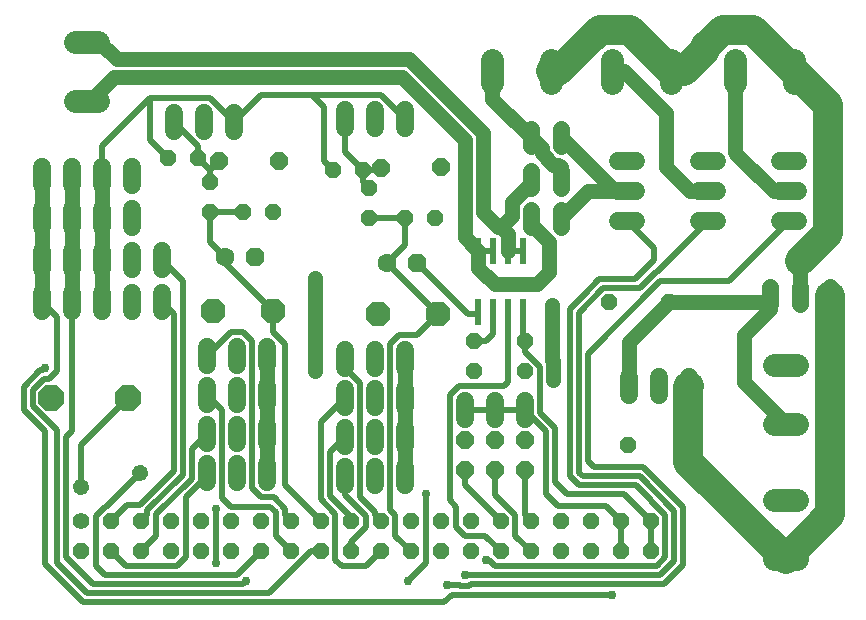
<source format=gbr>
G04 EAGLE Gerber X2 export*
%TF.Part,Single*%
%TF.FileFunction,Copper,L1,Top,Mixed*%
%TF.FilePolarity,Positive*%
%TF.GenerationSoftware,Autodesk,EAGLE,9.0.1*%
%TF.CreationDate,2018-07-06T12:17:37Z*%
G75*
%MOMM*%
%FSLAX34Y34*%
%LPD*%
%AMOC8*
5,1,8,0,0,1.08239X$1,22.5*%
G01*
%ADD10C,1.422400*%
%ADD11P,1.539592X8X22.500000*%
%ADD12C,1.524000*%
%ADD13P,1.429621X8X202.500000*%
%ADD14C,1.981200*%
%ADD15P,1.649562X8X22.500000*%
%ADD16P,2.336880X8X22.500000*%
%ADD17R,0.600000X2.200000*%
%ADD18P,1.429621X8X292.500000*%
%ADD19P,1.429621X8X22.500000*%
%ADD20P,1.429621X8X112.500000*%
%ADD21P,1.649562X8X202.500000*%
%ADD22P,1.732040X8X22.500000*%
%ADD23C,1.600200*%
%ADD24P,2.268148X8X202.500000*%
%ADD25P,1.649562X8X203.300000*%
%ADD26P,1.429621X8X215.700000*%
%ADD27C,1.422400*%
%ADD28C,0.756400*%
%ADD29C,1.270000*%
%ADD30C,0.508000*%
%ADD31C,2.540000*%


D10*
X68580Y91440D03*
D11*
X68580Y66040D03*
X93980Y91440D03*
X93980Y66040D03*
X119380Y91440D03*
X119380Y66040D03*
X144780Y91440D03*
X144780Y66040D03*
X170180Y91440D03*
X170180Y66040D03*
X195580Y91440D03*
X195580Y66040D03*
X220980Y91440D03*
X220980Y66040D03*
X246380Y91440D03*
X246380Y66040D03*
X271780Y91440D03*
X271780Y66040D03*
X297180Y91440D03*
X297180Y66040D03*
X322580Y91440D03*
X322580Y66040D03*
X347980Y91440D03*
X347980Y66040D03*
X373380Y91440D03*
X373380Y66040D03*
X398780Y91440D03*
X398780Y66040D03*
X424180Y91440D03*
X424180Y66040D03*
X449580Y91440D03*
X449580Y66040D03*
X474980Y91440D03*
X474980Y66040D03*
X500380Y91440D03*
X500380Y66040D03*
X525780Y91440D03*
X525780Y66040D03*
X551180Y91440D03*
X551180Y66040D03*
D12*
X35560Y375920D02*
X35560Y391160D01*
X60960Y391160D02*
X60960Y375920D01*
X86360Y375920D02*
X86360Y391160D01*
X111760Y391160D02*
X111760Y375920D01*
X35560Y355600D02*
X35560Y340360D01*
X60960Y340360D02*
X60960Y355600D01*
X86360Y355600D02*
X86360Y340360D01*
X111760Y340360D02*
X111760Y355600D01*
X35560Y320040D02*
X35560Y304800D01*
X60960Y304800D02*
X60960Y320040D01*
X86360Y320040D02*
X86360Y304800D01*
X111760Y304800D02*
X111760Y320040D01*
X137160Y320040D02*
X137160Y304800D01*
X35560Y284480D02*
X35560Y269240D01*
X60960Y269240D02*
X60960Y284480D01*
X86360Y284480D02*
X86360Y269240D01*
X111760Y269240D02*
X111760Y284480D01*
X137160Y284480D02*
X137160Y269240D01*
X583946Y213614D02*
X583946Y198374D01*
X558546Y198374D02*
X558546Y213614D01*
X533146Y213614D02*
X533146Y198374D01*
D13*
X583057Y155575D03*
X532257Y155575D03*
X566420Y276860D03*
X515620Y276860D03*
D14*
X655574Y59474D02*
X675386Y59474D01*
X675386Y109766D02*
X655574Y109766D01*
X655574Y173774D02*
X675386Y173774D01*
X675386Y224066D02*
X655574Y224066D01*
D15*
X393700Y134620D03*
X393700Y160020D03*
X419100Y134620D03*
X419100Y160020D03*
X444500Y134620D03*
X444500Y160020D03*
D12*
X175260Y139700D02*
X175260Y124460D01*
X200660Y124460D02*
X200660Y139700D01*
X226060Y139700D02*
X226060Y124460D01*
D16*
X43688Y195580D03*
X108712Y195580D03*
D12*
X175260Y172720D02*
X175260Y157480D01*
X200660Y157480D02*
X200660Y172720D01*
X226060Y172720D02*
X226060Y157480D01*
X175260Y190500D02*
X175260Y205740D01*
X200660Y205740D02*
X200660Y190500D01*
X226060Y190500D02*
X226060Y205740D01*
X175260Y223520D02*
X175260Y238760D01*
X200660Y238760D02*
X200660Y223520D01*
X226060Y223520D02*
X226060Y238760D01*
X292100Y137160D02*
X292100Y121920D01*
X317500Y121920D02*
X317500Y137160D01*
X342900Y137160D02*
X342900Y121920D01*
X292100Y154940D02*
X292100Y170180D01*
X317500Y170180D02*
X317500Y154940D01*
X342900Y154940D02*
X342900Y170180D01*
X292100Y187960D02*
X292100Y203200D01*
X317500Y203200D02*
X317500Y187960D01*
X342900Y187960D02*
X342900Y203200D01*
X292100Y220980D02*
X292100Y236220D01*
X317500Y236220D02*
X317500Y220980D01*
X342900Y220980D02*
X342900Y236220D01*
X660400Y345440D02*
X675640Y345440D01*
X675640Y370840D02*
X660400Y370840D01*
X660400Y396240D02*
X675640Y396240D01*
D14*
X672846Y462534D02*
X672846Y482346D01*
X622554Y482346D02*
X622554Y462534D01*
D12*
X607060Y345440D02*
X591820Y345440D01*
X591820Y370840D02*
X607060Y370840D01*
X607060Y396240D02*
X591820Y396240D01*
D14*
X568706Y462534D02*
X568706Y482346D01*
X518414Y482346D02*
X518414Y462534D01*
D12*
X523240Y345440D02*
X538480Y345440D01*
X538480Y370840D02*
X523240Y370840D01*
X523240Y396240D02*
X538480Y396240D01*
D14*
X467106Y462534D02*
X467106Y482346D01*
X416814Y482346D02*
X416814Y462534D01*
D17*
X430530Y320640D03*
X430530Y268640D03*
X443230Y320640D03*
X417830Y320640D03*
X405130Y320640D03*
X443230Y268640D03*
X417830Y268640D03*
X405130Y268640D03*
D14*
X83566Y497586D02*
X63754Y497586D01*
X63754Y447294D02*
X83566Y447294D01*
D18*
X401320Y243840D03*
X401320Y218440D03*
X444500Y243840D03*
X444500Y218440D03*
D12*
X147320Y421640D02*
X147320Y436880D01*
X172720Y436880D02*
X172720Y421640D01*
X198120Y421640D02*
X198120Y436880D01*
D19*
X142240Y398780D03*
X167640Y398780D03*
D20*
X177800Y353060D03*
X177800Y378460D03*
D13*
X231140Y353060D03*
X205740Y353060D03*
D21*
X236220Y396240D03*
X185420Y396240D03*
D22*
X215900Y314960D03*
D23*
X190500Y314960D03*
D24*
X231140Y269240D03*
X180340Y269240D03*
D12*
X292100Y424180D02*
X292100Y439420D01*
X317500Y439420D02*
X317500Y424180D01*
X342900Y424180D02*
X342900Y439420D01*
D19*
X281940Y388620D03*
X307340Y388620D03*
D20*
X312420Y347980D03*
X312420Y373380D03*
D13*
X368300Y347980D03*
X342900Y347980D03*
D25*
X373378Y391515D03*
X322582Y390805D03*
D22*
X353060Y309880D03*
D23*
X327660Y309880D03*
D24*
X370840Y266700D03*
X320040Y266700D03*
D12*
X393700Y193040D02*
X393700Y177800D01*
X419100Y177800D02*
X419100Y193040D01*
X444500Y193040D02*
X444500Y177800D01*
D26*
X118582Y132292D03*
X69124Y120692D03*
D27*
X449580Y373888D02*
X449580Y388112D01*
X474980Y388112D02*
X474980Y373888D01*
X474980Y355092D02*
X474980Y340868D01*
X449580Y340868D02*
X449580Y355092D01*
X474980Y409448D02*
X474980Y423672D01*
X449580Y423672D02*
X449580Y409448D01*
X703180Y289652D02*
X703180Y275428D01*
X677780Y275428D02*
X677780Y289652D01*
X652380Y289652D02*
X652380Y275428D01*
D28*
X266700Y297180D03*
D29*
X266700Y218440D01*
D28*
X266700Y218440D03*
X467360Y274320D03*
X467360Y210820D03*
D29*
X467360Y228268D02*
X467360Y274320D01*
X467360Y228268D02*
X468630Y226998D01*
X468630Y210820D01*
D28*
X360680Y114300D03*
D30*
X360680Y55880D01*
X345440Y40640D01*
D28*
X345440Y40640D03*
X182880Y101600D03*
D30*
X182880Y55880D01*
D28*
X182880Y55880D03*
D30*
X396240Y266700D02*
X403190Y266700D01*
X405130Y268640D01*
X396240Y266700D02*
X353060Y309880D01*
D29*
X86360Y347980D02*
X86360Y383540D01*
X86360Y347980D02*
X86360Y312420D01*
X86360Y276860D01*
D30*
X525780Y91440D02*
X525780Y66040D01*
X419100Y185420D02*
X393700Y185420D01*
X419100Y185420D02*
X444500Y185420D01*
D28*
X518160Y29238D03*
D30*
X382865Y29238D01*
X376487Y22860D01*
X70504Y22860D01*
D28*
X38100Y220980D03*
D30*
X37973Y55391D02*
X70504Y22860D01*
X86360Y383540D02*
X86360Y408940D01*
X177981Y449580D02*
X185420Y442141D01*
X185420Y441960D01*
X198120Y429260D01*
X177981Y449580D02*
X127000Y449580D01*
X86360Y408940D01*
X322761Y452120D02*
X330200Y444681D01*
X330200Y444500D01*
X342900Y431800D01*
X264160Y452120D02*
X220980Y452120D01*
X264160Y452120D02*
X322761Y452120D01*
X220980Y452120D02*
X198120Y429260D01*
X274320Y396240D02*
X281940Y388620D01*
X274320Y396240D02*
X274320Y441960D01*
X264160Y452120D01*
X142240Y398780D02*
X127000Y414020D01*
X127000Y449580D01*
X513080Y104140D02*
X525780Y91440D01*
X513080Y104140D02*
X472440Y104140D01*
X462280Y114300D01*
X462280Y167640D02*
X444500Y185420D01*
X462280Y167640D02*
X462280Y114300D01*
X37973Y168068D02*
X37973Y55391D01*
X37973Y168068D02*
X20193Y185848D01*
X20193Y205312D01*
X33956Y219075D01*
X36195Y219075D01*
X38100Y220980D01*
D29*
X60960Y347980D02*
X60960Y383540D01*
X60960Y347980D02*
X60960Y312420D01*
X60960Y276860D01*
D28*
X208280Y40640D03*
D30*
X205740Y38100D01*
X78740Y38100D01*
X55880Y60960D01*
X55880Y162560D01*
X60960Y167640D01*
X60960Y276860D01*
D29*
X35560Y347980D02*
X35560Y383540D01*
X35560Y347980D02*
X35560Y312420D01*
X35560Y276860D01*
D30*
X48260Y55880D02*
X73660Y30480D01*
X48260Y264160D02*
X35560Y276860D01*
X27813Y202156D02*
X27813Y189004D01*
X27813Y202156D02*
X37112Y211455D01*
X48260Y168557D02*
X48260Y55880D01*
X41275Y211455D02*
X37112Y211455D01*
X41275Y211455D02*
X48260Y218440D01*
X27813Y189004D02*
X48260Y168557D01*
X48260Y218440D02*
X48260Y264160D01*
X263622Y66040D02*
X271780Y66040D01*
X228062Y30480D02*
X73660Y30480D01*
X228062Y30480D02*
X263622Y66040D01*
X551180Y66040D02*
X551180Y91440D01*
X444500Y243840D02*
X443230Y245110D01*
X443230Y268640D01*
X444500Y243840D02*
X444500Y234964D01*
X457200Y222264D02*
X457200Y183496D01*
X457200Y222264D02*
X444500Y234964D01*
X528320Y114300D02*
X551180Y91440D01*
X528320Y114300D02*
X480060Y114300D01*
X469900Y124460D01*
X469900Y170796D01*
X457200Y183496D01*
X386588Y86390D02*
X393730Y79248D01*
X410972Y79248D02*
X424180Y66040D01*
X386588Y103632D02*
X381000Y109220D01*
X393730Y79248D02*
X410972Y79248D01*
X386588Y86390D02*
X386588Y103632D01*
X381000Y198301D02*
X388439Y205740D01*
X381000Y198301D02*
X381000Y109220D01*
X388439Y205740D02*
X426720Y205740D01*
X430530Y209550D01*
X430530Y268640D01*
X297180Y95396D02*
X297180Y91440D01*
X297180Y95396D02*
X279400Y113176D01*
X279400Y149860D01*
X292100Y162560D01*
D31*
X703180Y97174D02*
X703180Y282540D01*
X703180Y97174D02*
X665480Y59474D01*
X583057Y141897D01*
X583057Y155575D01*
X583057Y205105D01*
X583946Y205994D01*
D29*
X342900Y195580D02*
X342900Y228600D01*
X342900Y195580D02*
X342900Y162560D01*
X342900Y129540D01*
X226060Y132080D02*
X226060Y165100D01*
X226060Y198120D01*
X226060Y231140D01*
X566420Y276860D02*
X646700Y276860D01*
X652380Y282540D01*
X629920Y209334D02*
X665480Y173774D01*
X629920Y209334D02*
X629920Y248920D01*
X652380Y271380D01*
X652380Y282540D01*
X533146Y243586D02*
X533146Y205994D01*
X533146Y243586D02*
X566420Y276860D01*
D30*
X106680Y53340D02*
X93980Y66040D01*
X106680Y53340D02*
X149860Y53340D01*
X157480Y60960D01*
X157480Y111760D01*
X175260Y129540D01*
X175260Y132080D01*
X142367Y271653D02*
X137160Y276860D01*
X107950Y105410D02*
X93980Y91440D01*
X107950Y105410D02*
X118801Y105410D01*
X147320Y133929D01*
X147320Y266700D02*
X137160Y276860D01*
X147320Y266700D02*
X147320Y133929D01*
X132588Y97644D02*
X132588Y79248D01*
X132588Y97644D02*
X162560Y127616D01*
X162560Y152400D02*
X175260Y165100D01*
X132588Y79248D02*
X119380Y66040D01*
X162560Y127616D02*
X162560Y152400D01*
X233680Y78740D02*
X246380Y66040D01*
X233680Y78740D02*
X233680Y99060D01*
X229108Y103632D02*
X195580Y103632D01*
X229108Y103632D02*
X233680Y99060D01*
X195580Y103632D02*
X187960Y111252D01*
X187960Y185420D02*
X175260Y198120D01*
X187960Y185420D02*
X187960Y111252D01*
X241300Y96520D02*
X246380Y91440D01*
X241300Y96520D02*
X241300Y102216D01*
X220799Y111760D02*
X213360Y119199D01*
X231756Y111760D02*
X241300Y102216D01*
X231756Y111760D02*
X220799Y111760D01*
X213360Y244021D02*
X205921Y251460D01*
X195399Y251460D01*
X187960Y244021D01*
X187960Y243840D01*
X213360Y244021D02*
X213360Y119199D01*
X175260Y231140D02*
X187960Y243840D01*
X177800Y353060D02*
X205740Y353060D01*
X241300Y121920D02*
X271780Y91440D01*
X241300Y121920D02*
X241300Y241481D01*
X231321Y251460D01*
X231140Y269240D02*
X190500Y309880D01*
X190500Y314960D01*
X177800Y327660D01*
X177800Y353060D01*
X231321Y269059D02*
X231321Y251460D01*
X231321Y269059D02*
X231140Y269240D01*
X297180Y73660D02*
X297180Y66040D01*
X297180Y73660D02*
X309880Y86360D01*
X309880Y95982D01*
X292100Y113762D01*
X292100Y129540D01*
X322580Y66040D02*
X309880Y53340D01*
X289560Y53340D01*
X283972Y58928D01*
X283972Y97827D02*
X271780Y110019D01*
X271780Y175260D02*
X292100Y195580D01*
X283972Y97827D02*
X283972Y58928D01*
X271780Y110019D02*
X271780Y175260D01*
X436372Y79248D02*
X449580Y66040D01*
X436372Y79248D02*
X436372Y96490D01*
X419100Y113762D02*
X419100Y134620D01*
X419100Y113762D02*
X436372Y96490D01*
X424180Y91440D02*
X393700Y121920D01*
X393700Y134620D01*
X322580Y91440D02*
X317500Y96520D01*
X292100Y221161D02*
X292100Y228600D01*
X292100Y221161D02*
X304800Y208461D01*
X304800Y111913D01*
X317500Y99213D02*
X317500Y96520D01*
X317500Y99213D02*
X304800Y111913D01*
X444500Y96520D02*
X449580Y91440D01*
X444500Y96520D02*
X444500Y134620D01*
X124968Y97028D02*
X119380Y91440D01*
X124968Y97028D02*
X124968Y100801D01*
X154940Y130773D01*
X154940Y294640D01*
X137160Y312420D01*
X220980Y66040D02*
X203200Y48260D01*
X203200Y48093D01*
X200827Y45720D02*
X88900Y45720D01*
X200827Y45720D02*
X203200Y48093D01*
X88900Y45720D02*
X81280Y53340D01*
X88930Y103632D02*
X89922Y103632D01*
X118582Y132292D01*
X81280Y95982D02*
X81280Y53340D01*
X81280Y95982D02*
X88930Y103632D01*
X330200Y101062D02*
X334772Y96490D01*
X334772Y79248D02*
X347980Y66040D01*
X334772Y79248D02*
X334772Y96490D01*
X330200Y101062D02*
X330200Y241481D01*
X342900Y347980D02*
X312420Y347980D01*
X342900Y325120D02*
X327660Y309880D01*
X342900Y325120D02*
X342900Y347980D01*
X327660Y309880D02*
X370840Y266700D01*
X337639Y248920D02*
X330200Y241481D01*
X353060Y248920D02*
X370840Y266700D01*
X353060Y248920D02*
X337639Y248920D01*
X379194Y38100D02*
X378460Y37366D01*
D28*
X378460Y37366D03*
D30*
X390029Y36858D02*
X397371Y36858D01*
X399121Y38608D01*
X562543Y38608D01*
X578612Y54677D01*
X578612Y103341D01*
X544793Y137160D01*
X502920Y137160D01*
X389521Y37366D02*
X378460Y37366D01*
X389521Y37366D02*
X390029Y36858D01*
X497840Y142240D02*
X502920Y137160D01*
X617220Y294640D02*
X668020Y345440D01*
X617220Y294640D02*
X559055Y294640D01*
X497840Y233425D01*
X497840Y142240D01*
D28*
X393700Y45720D03*
D30*
X490528Y132388D02*
X493376Y129540D01*
X490528Y132388D02*
X490220Y132696D01*
X570992Y57834D02*
X559386Y46228D01*
X541636Y129540D02*
X493376Y129540D01*
X570992Y100184D02*
X570992Y57834D01*
X570992Y100184D02*
X541636Y129540D01*
X394208Y46228D02*
X393700Y45720D01*
X394208Y46228D02*
X559386Y46228D01*
X490528Y132388D02*
X490528Y138776D01*
X490220Y139084D01*
X510780Y288544D02*
X542183Y288544D01*
X490220Y267984D02*
X490220Y139084D01*
X490220Y267984D02*
X510780Y288544D01*
X555899Y302260D02*
X556260Y302260D01*
X599440Y345440D01*
X555899Y302260D02*
X542183Y288544D01*
D28*
X411480Y58420D03*
D30*
X414558Y58420D01*
X419130Y53848D01*
X556230Y53848D02*
X563372Y60990D01*
X551180Y108682D02*
X551180Y109220D01*
X563372Y96490D02*
X563372Y60990D01*
X563372Y96490D02*
X551180Y108682D01*
X556230Y53848D02*
X419130Y53848D01*
X538480Y121920D02*
X551180Y109220D01*
X538480Y121920D02*
X490220Y121920D01*
X482600Y129540D01*
X537464Y296164D02*
X553720Y312420D01*
X494350Y282890D02*
X482600Y271140D01*
X494350Y282890D02*
X507624Y296164D01*
X537464Y296164D01*
X482600Y271140D02*
X482600Y129540D01*
X553720Y312420D02*
X553720Y322580D01*
X530860Y345440D01*
D29*
X622554Y404095D02*
X622554Y472440D01*
X622554Y404095D02*
X623570Y403079D01*
X623570Y402590D01*
X655320Y370840D02*
X668020Y370840D01*
X655320Y370840D02*
X623570Y402590D01*
X599440Y370840D02*
X584200Y370840D01*
X563880Y391160D01*
X563880Y436880D01*
X528320Y472440D01*
X518414Y472440D01*
D30*
X443230Y320640D02*
X430530Y320640D01*
D29*
X408940Y353060D02*
X408940Y420333D01*
X346673Y482600D01*
X99060Y482600D01*
X84074Y497586D02*
X73660Y497586D01*
X84074Y497586D02*
X99060Y482600D01*
X408940Y353060D02*
X421470Y340530D01*
X424512Y340530D01*
X430530Y334512D01*
X430530Y320640D01*
X433578Y349596D02*
X433578Y361720D01*
X433578Y349596D02*
X424512Y340530D01*
X449580Y377722D02*
X449580Y381000D01*
X449580Y377722D02*
X433578Y361720D01*
D30*
X417830Y320640D02*
X405130Y320640D01*
D29*
X393700Y414020D02*
X340360Y467360D01*
X405130Y320640D02*
X405130Y306070D01*
X454660Y292100D02*
X464820Y302260D01*
X464820Y327660D01*
X449580Y342900D02*
X449580Y347980D01*
X405130Y306070D02*
X419100Y292100D01*
X454660Y292100D01*
X464820Y327660D02*
X449580Y342900D01*
X405130Y320640D02*
X393700Y332070D01*
X393700Y414020D01*
X340360Y467360D02*
X96520Y467360D01*
X76454Y447294D01*
X73660Y447294D01*
D30*
X401320Y243840D02*
X411480Y243840D01*
X417830Y250190D01*
X417830Y268640D01*
X177800Y378460D02*
X177800Y388620D01*
X160020Y416379D02*
X160020Y416560D01*
X167640Y408759D02*
X167640Y398780D01*
X167640Y408759D02*
X160020Y416379D01*
X160020Y416560D02*
X147320Y429260D01*
X167640Y398780D02*
X177800Y388620D01*
X185420Y396240D01*
X307340Y388620D02*
X320397Y388620D01*
X322582Y390805D01*
X292100Y403860D02*
X292100Y431800D01*
X292100Y403860D02*
X307340Y388620D01*
X307340Y378460D01*
X312420Y373380D01*
X69124Y156246D02*
X69124Y120692D01*
X108458Y195580D02*
X108712Y195580D01*
X108458Y195580D02*
X69124Y156246D01*
D29*
X518160Y370840D02*
X530860Y370840D01*
X497840Y370840D02*
X474980Y347980D01*
X497840Y370840D02*
X530860Y370840D01*
X520700Y370840D02*
X474980Y416560D01*
X520700Y370840D02*
X530860Y370840D01*
X474980Y381000D02*
X474980Y391160D01*
X458978Y407162D02*
X449580Y416560D01*
X458978Y407162D02*
X458978Y402820D01*
X468352Y393446D01*
X472694Y393446D01*
X474980Y391160D01*
X449580Y416560D02*
X416814Y449326D01*
X416814Y472440D01*
D31*
X568706Y472440D02*
X579628Y472440D01*
X597408Y492762D02*
X612138Y507492D01*
X597408Y492762D02*
X597408Y490220D01*
X579628Y472440D01*
X612138Y507492D02*
X637794Y507492D01*
X533654Y507492D02*
X507998Y507492D01*
X472946Y472440D02*
X467106Y472440D01*
X472946Y472440D02*
X507998Y507492D01*
X637794Y507492D02*
X672846Y472440D01*
X568706Y472440D02*
X533654Y507492D01*
D29*
X677780Y312020D02*
X677780Y282540D01*
D31*
X677780Y312020D02*
X701040Y335280D01*
X701040Y444246D02*
X672846Y472440D01*
X701040Y444246D02*
X701040Y335280D01*
M02*

</source>
